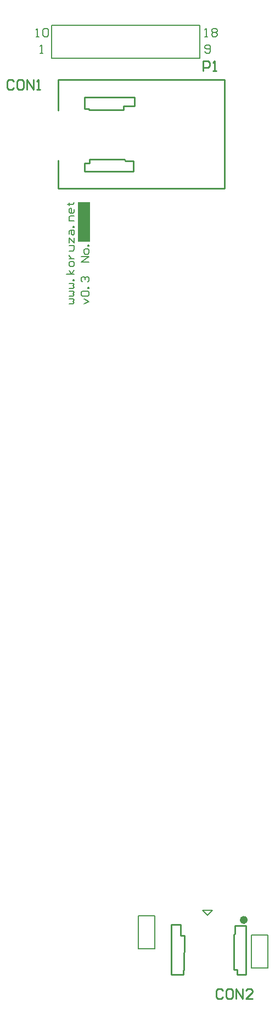
<source format=gto>
G04 Layer_Color=65535*
%FSAX25Y25*%
%MOIN*%
G70*
G01*
G75*
%ADD11C,0.01000*%
%ADD23C,0.02500*%
%ADD24C,0.00787*%
%ADD25C,0.00800*%
%ADD26R,0.07579X0.24016*%
D11*
X0791281Y0812483D02*
Y0829541D01*
Y0860041D02*
Y0878647D01*
X0892421D01*
X0791281Y0812483D02*
X0814481D01*
X0892421D02*
Y0878647D01*
X0814481Y0812483D02*
X0892421D01*
X0837076Y0822895D02*
Y0829391D01*
X0831958D02*
X0837076D01*
X0831860Y0830179D02*
X0831958Y0829391D01*
X0810501Y0830179D02*
X0831860D01*
X0810501Y0828013D02*
Y0830179D01*
X0807253Y0828013D02*
X0810501D01*
X0809616Y0860887D02*
X0810305Y0860297D01*
X0807450Y0860887D02*
X0809616D01*
X0807450D02*
Y0867974D01*
X0837568D01*
Y0862462D02*
Y0867974D01*
X0831072Y0862462D02*
X0837568D01*
X0831072Y0860198D02*
Y0862462D01*
X0810305Y0860297D02*
X0831072Y0860198D01*
X0807253Y0822895D02*
X0837076D01*
X0807253D02*
Y0828013D01*
X0898770Y0365276D02*
X0905266D01*
X0898770Y0360157D02*
Y0365276D01*
X0897982Y0360059D02*
X0898770Y0360157D01*
X0897982Y0338701D02*
Y0360059D01*
Y0338701D02*
X0900148D01*
Y0335453D02*
Y0338701D01*
X0867274Y0337815D02*
X0867864Y0338504D01*
X0867274Y0335649D02*
Y0337815D01*
X0860187Y0335649D02*
X0867274D01*
X0860187D02*
Y0365768D01*
X0865699D01*
Y0359272D02*
Y0365768D01*
Y0359272D02*
X0867963D01*
X0867864Y0338504D02*
X0867963Y0359272D01*
X0905266Y0335453D02*
Y0365276D01*
X0900148Y0335453D02*
X0905266D01*
X0764530Y0877459D02*
X0763530Y0878459D01*
X0761531D01*
X0760532Y0877459D01*
Y0873460D01*
X0761531Y0872461D01*
X0763530D01*
X0764530Y0873460D01*
X0769528Y0878459D02*
X0767529D01*
X0766530Y0877459D01*
Y0873460D01*
X0767529Y0872461D01*
X0769528D01*
X0770528Y0873460D01*
Y0877459D01*
X0769528Y0878459D01*
X0772528Y0872461D02*
Y0878459D01*
X0776526Y0872461D01*
Y0878459D01*
X0778526Y0872461D02*
X0780525D01*
X0779525D01*
Y0878459D01*
X0778526Y0877459D01*
X0891302Y0325884D02*
X0890302Y0326884D01*
X0888303D01*
X0887303Y0325884D01*
Y0321885D01*
X0888303Y0320886D01*
X0890302D01*
X0891302Y0321885D01*
X0896300Y0326884D02*
X0894301D01*
X0893301Y0325884D01*
Y0321885D01*
X0894301Y0320886D01*
X0896300D01*
X0897300Y0321885D01*
Y0325884D01*
X0896300Y0326884D01*
X0899299Y0320886D02*
Y0326884D01*
X0903298Y0320886D01*
Y0326884D01*
X0909296Y0320886D02*
X0905297D01*
X0909296Y0324885D01*
Y0325884D01*
X0908296Y0326884D01*
X0906297D01*
X0905297Y0325884D01*
X0879429Y0883878D02*
Y0889876D01*
X0882428D01*
X0883428Y0888876D01*
Y0886877D01*
X0882428Y0885877D01*
X0879429D01*
X0885427Y0883878D02*
X0887426D01*
X0886427D01*
Y0889876D01*
X0885427Y0888876D01*
D23*
X0905197Y0368732D02*
G03*
X0905197Y0368732I-0001118J0000000D01*
G01*
D24*
X0908878Y0339547D02*
Y0359547D01*
Y0339547D02*
X0918878D01*
Y0359547D01*
X0908878D02*
X0918878D01*
X0840177Y0351319D02*
Y0371319D01*
Y0351319D02*
X0850177D01*
Y0371319D01*
X0840177D02*
X0850177D01*
X0879079Y0374732D02*
X0885079D01*
X0882079Y0371732D02*
X0885079Y0374732D01*
X0879079D02*
X0882079Y0371732D01*
X0877421Y0891712D02*
Y0911712D01*
X0787421Y0891712D02*
X0877421D01*
X0787421Y0911712D02*
X0877421D01*
X0787421Y0891712D02*
Y0911712D01*
X0797934Y0742441D02*
X0800296D01*
X0801083Y0743228D01*
X0800296Y0744015D01*
X0801083Y0744802D01*
X0800296Y0745589D01*
X0797934D01*
Y0747164D02*
X0800296D01*
X0801083Y0747951D01*
X0800296Y0748738D01*
X0801083Y0749525D01*
X0800296Y0750312D01*
X0797934D01*
Y0751887D02*
X0800296D01*
X0801083Y0752674D01*
X0800296Y0753461D01*
X0801083Y0754248D01*
X0800296Y0755035D01*
X0797934D01*
X0801083Y0756609D02*
X0800296D01*
Y0757397D01*
X0801083D01*
Y0756609D01*
Y0760545D02*
X0796360D01*
X0799508D02*
X0797934Y0762907D01*
X0799508Y0760545D02*
X0801083Y0762907D01*
Y0766055D02*
Y0767630D01*
X0800296Y0768417D01*
X0798721D01*
X0797934Y0767630D01*
Y0766055D01*
X0798721Y0765268D01*
X0800296D01*
X0801083Y0766055D01*
X0797934Y0769991D02*
X0801083D01*
X0799508D01*
X0798721Y0770778D01*
X0797934Y0771565D01*
Y0772353D01*
Y0774714D02*
X0800296D01*
X0801083Y0775501D01*
Y0777863D01*
X0797934D01*
Y0779437D02*
Y0782585D01*
X0801083Y0779437D01*
Y0782585D01*
X0797934Y0784947D02*
Y0786521D01*
X0798721Y0787308D01*
X0801083D01*
Y0784947D01*
X0800296Y0784160D01*
X0799508Y0784947D01*
Y0787308D01*
X0801083Y0788883D02*
X0800296D01*
Y0789670D01*
X0801083D01*
Y0788883D01*
Y0792818D02*
X0797934D01*
Y0795180D01*
X0798721Y0795967D01*
X0801083D01*
Y0799903D02*
Y0798328D01*
X0800296Y0797541D01*
X0798721D01*
X0797934Y0798328D01*
Y0799903D01*
X0798721Y0800690D01*
X0799508D01*
Y0797541D01*
X0797147Y0803051D02*
X0797934D01*
Y0802264D01*
Y0803838D01*
Y0803051D01*
X0800296D01*
X0801083Y0803838D01*
X0806891Y0742441D02*
X0810039Y0744015D01*
X0806891Y0745589D01*
X0806104Y0747164D02*
X0805316Y0747951D01*
Y0749525D01*
X0806104Y0750312D01*
X0809252D01*
X0810039Y0749525D01*
Y0747951D01*
X0809252Y0747164D01*
X0806104D01*
X0810039Y0751887D02*
X0809252D01*
Y0752674D01*
X0810039D01*
Y0751887D01*
X0806104Y0755822D02*
X0805316Y0756609D01*
Y0758184D01*
X0806104Y0758971D01*
X0806891D01*
X0807678Y0758184D01*
Y0757397D01*
Y0758184D01*
X0808465Y0758971D01*
X0809252D01*
X0810039Y0758184D01*
Y0756609D01*
X0809252Y0755822D01*
X0810039Y0768031D02*
X0805316D01*
X0810039Y0771180D01*
X0805316D01*
X0810039Y0773541D02*
Y0775116D01*
X0809252Y0775903D01*
X0807678D01*
X0806891Y0775116D01*
Y0773541D01*
X0807678Y0772754D01*
X0809252D01*
X0810039Y0773541D01*
Y0777477D02*
X0809252D01*
Y0778264D01*
X0810039D01*
Y0777477D01*
D25*
X0880421Y0904712D02*
X0882087D01*
X0881254D01*
Y0909711D01*
X0880421Y0908878D01*
X0884587D02*
X0885420Y0909711D01*
X0887086D01*
X0887919Y0908878D01*
Y0908045D01*
X0887086Y0907212D01*
X0887919Y0906379D01*
Y0905546D01*
X0887086Y0904712D01*
X0885420D01*
X0884587Y0905546D01*
Y0906379D01*
X0885420Y0907212D01*
X0884587Y0908045D01*
Y0908878D01*
X0885420Y0907212D02*
X0887086D01*
X0880421Y0895546D02*
X0881254Y0894713D01*
X0882920D01*
X0883753Y0895546D01*
Y0898878D01*
X0882920Y0899711D01*
X0881254D01*
X0880421Y0898878D01*
Y0898045D01*
X0881254Y0897212D01*
X0883753D01*
X0780421Y0894713D02*
X0782087D01*
X0781254D01*
Y0899711D01*
X0780421Y0898878D01*
X0777953Y0904744D02*
X0779619D01*
X0778786D01*
Y0909742D01*
X0777953Y0908909D01*
X0782118D02*
X0782951Y0909742D01*
X0784617D01*
X0785450Y0908909D01*
Y0905577D01*
X0784617Y0904744D01*
X0782951D01*
X0782118Y0905577D01*
Y0908909D01*
D26*
X0807037Y0792146D02*
D03*
M02*

</source>
